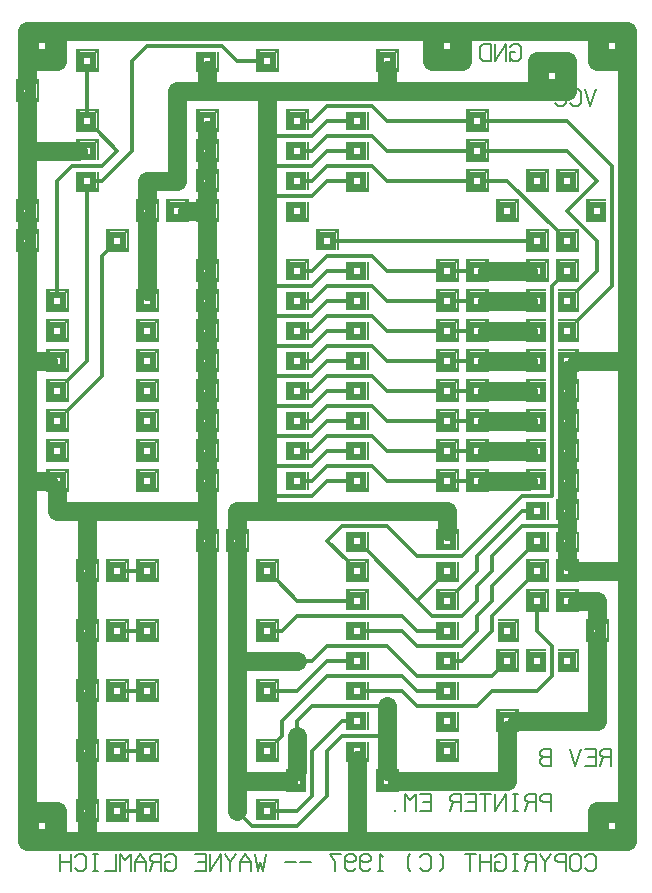
<source format=gbl>
%MOIN*%
%FSLAX23Y23*%
%ADD10C,.012*%
%ADD11C,.062*%
%ADD12C,.050X.024*%
%ADD13R,.062X.062X.024*%
%ADD14C,.016*%
%ADD15R,.008X.062*%
%ADD16R,.062X.008*%
%ADD17C,.008*%
%LPD*%
G90*X0Y0D02*X150Y150D02*D11*X50D01*Y250D01*       
X150D01*Y150D01*X250D01*X650D01*X1150D01*X1950D01*
X2050D01*Y250D01*X1950D01*Y150D01*D13*            
X2000Y200D03*X2050Y250D02*D11*Y1050D01*X1881D01*  
D13*X1850D03*D14*X1881Y1081D03*Y1019D03*          
X1819Y1081D03*Y1019D03*D15*X1885Y1050D03*X1815D03*
D16*X1850Y1085D03*Y1015D03*Y1081D02*D11*Y1119D01* 
D13*Y1150D03*D14*X1881Y1119D03*X1819D03*D15*      
X1885Y1150D03*X1815D03*D16*X1850Y1115D03*Y1181D02*
D11*Y1200D01*D10*X1700D01*X1600Y1100D01*Y1050D01* 
X1550Y1000D01*Y950D01*X1500Y900D01*X1400D01*      
X1350Y950D01*X1419Y1019D01*D13*X1450Y1050D03*D14* 
X1481Y1019D03*X1419D03*D15*X1485Y1050D03*X1415D03*
D16*X1450Y1015D03*X1500Y1100D02*D10*X1350D01*     
X1250Y1200D01*X1100D01*X1050Y1150D01*             
X1119Y1081D01*D13*X1150Y1050D03*D14*X1181Y1081D03*
Y1019D03*X1119Y1081D03*Y1019D03*D15*X1185Y1050D03*
X1115D03*D16*X1150Y1085D03*Y1015D03*D13*Y1150D03* 
D14*X1181Y1119D03*X1119D03*D15*X1185Y1150D03*     
X1115D03*D16*X1150Y1115D03*X1181Y1119D02*D10*     
X1350Y950D01*X1300Y900D02*X1350Y850D01*X1419D01*  
D13*X1450D03*D15*X1485D03*X1415D03*X1500Y800D02*  
D10*X1350D01*X1300Y850D01*X1181D01*D13*X1150D03*  
D15*X1185D03*X1115D03*X1050Y750D02*D10*           
X950Y650D01*X881D01*D13*X850D03*D14*X881Y681D03*  
Y619D03*X819Y681D03*Y619D03*D15*X885Y650D03*      
X815D03*D16*X850Y685D03*Y615D03*X950Y550D02*D10*  
Y500D01*D11*Y381D01*D13*Y350D03*D14*X919Y381D03*  
Y319D03*D15*X915Y350D03*D16*X950Y385D03*Y315D03*  
X919Y350D02*D11*X750D01*Y250D01*D10*X800Y200D01*  
X950D01*X1050Y300D01*Y450D01*X1100Y500D01*        
X1250D01*D11*Y381D01*D13*Y350D03*D14*X1281Y381D03*
Y319D03*X1219Y381D03*Y319D03*D15*X1285Y350D03*    
X1215D03*D16*X1250Y385D03*Y315D03*X1281Y350D02*   
D11*X1650D01*Y519D01*D13*Y550D03*D14*X1681Y581D03*
Y519D03*X1619Y581D03*Y519D03*D15*X1685Y550D03*    
X1615D03*D16*X1650Y585D03*Y515D03*X1681Y550D02*   
D11*X1950D01*Y819D01*D13*Y850D03*D14*X1981Y881D03*
Y819D03*X1919Y881D03*Y819D03*D15*X1985Y850D03*    
X1915D03*D16*X1950Y885D03*Y815D03*Y881D02*D11*    
Y950D01*X1881D01*D13*X1850D03*D14*X1881Y981D03*   
Y919D03*X1819Y981D03*Y919D03*D15*X1885Y950D03*    
X1815D03*D16*X1850Y985D03*Y915D03*D13*            
X1750Y1050D03*D14*X1781Y1081D03*Y1019D03*         
X1719Y1081D03*Y1019D03*D15*X1785Y1050D03*X1715D03*
D16*X1750Y1085D03*Y1015D03*X1719Y1019D02*D10*     
X1600Y900D01*Y850D01*X1500Y750D01*X1481D01*D13*   
X1450D03*D15*X1485D03*X1415D03*X1500Y800D02*D10*  
X1550Y850D01*Y900D01*X1600Y950D01*Y1000D01*       
X1719Y1119D01*D13*X1750Y1150D03*D14*X1781Y1119D03*
X1719D03*D15*X1785Y1150D03*X1715D03*D16*          
X1750Y1115D03*D13*X1850Y1250D03*D14*X1881Y1281D03*
X1819D03*D15*X1885Y1250D03*X1815D03*D16*          
X1850Y1285D03*Y1219D02*D11*Y1200D01*Y1281D02*     
Y1319D01*D13*Y1350D03*D14*X1881Y1381D03*Y1319D03* 
D15*X1885Y1350D03*D16*X1850Y1385D03*Y1315D03*     
Y1381D02*D11*Y1419D01*D13*Y1450D03*D14*           
X1881Y1481D03*Y1419D03*D15*X1885Y1450D03*D16*     
X1850Y1485D03*Y1415D03*Y1481D02*D11*Y1519D01*D13* 
Y1550D03*D14*X1881Y1581D03*Y1519D03*D15*          
X1885Y1550D03*D16*X1850Y1585D03*Y1515D03*Y1581D02*
D11*Y1619D01*D13*Y1650D03*D14*X1881Y1681D03*      
Y1619D03*D15*X1885Y1650D03*D16*X1850Y1685D03*     
Y1615D03*Y1681D02*D11*Y1719D01*D13*Y1750D03*D14*  
X1881Y1781D03*Y1719D03*D15*X1885Y1750D03*D16*     
X1850Y1785D03*Y1715D03*X1881Y1750D02*D11*X2050D01*
Y1050D01*X1800Y1300D02*D10*X1700D01*X1500Y1100D01*
X1550Y1050D02*X1481Y981D01*D13*X1450Y950D03*D14*  
X1481Y981D03*X1419D03*D15*X1485Y950D03*X1415D03*  
D16*X1450Y985D03*X1550Y1050D02*D10*Y1100D01*      
X1700Y1250D01*X1719D01*D13*X1750D03*D15*X1785D03* 
X1715D03*X1800Y1300D02*D10*Y2000D01*X1819Y2019D01*
D13*X1850Y2050D03*D14*X1881Y2081D03*Y2019D03*     
X1819Y2081D03*Y2019D03*D15*X1885Y2050D03*X1815D03*
D16*X1850Y2085D03*Y2015D03*X1950Y2150D02*D10*     
Y2050D01*X1881Y1981D01*D13*X1850Y1950D03*D14*     
X1881Y1981D03*Y1919D03*D15*X1885Y1950D03*D16*     
X1850Y1985D03*Y1915D03*D13*X1750Y2050D03*D14*     
X1781Y2081D03*Y2019D03*X1719Y2081D03*Y2019D03*D15*
X1785Y2050D03*X1715D03*D16*X1750Y2085D03*Y2015D03*
X1719Y2050D02*D11*X1581D01*D13*X1550D03*D14*      
X1581Y2081D03*Y2019D03*X1519Y2081D03*Y2019D03*D15*
X1585Y2050D03*X1515D03*D16*X1550Y2085D03*Y2015D03*
X1519Y2050D02*D10*X1481D01*D13*X1450D03*D14*      
X1481Y2081D03*Y2019D03*X1419Y2081D03*Y2019D03*D15*
X1485Y2050D03*X1415D03*D16*X1450Y2085D03*Y2015D03*
X1419Y2050D02*D10*X1250D01*X1200Y2100D01*X1050D01*
X1000Y2050D01*X981D01*D13*X950D03*D14*            
X981Y2081D03*X919D03*D15*X985Y2050D03*X915D03*D16*
X950Y2085D03*X1000Y2000D02*D10*X850D01*D11*       
Y1900D01*Y1800D01*Y1700D01*Y1600D01*Y1500D01*     
Y1400D01*Y1300D01*Y1250D01*X750D01*Y1181D01*D13*  
Y1150D03*D14*X781Y1181D03*Y1119D03*X719Y1181D03*  
Y1119D03*D15*X785Y1150D03*X715D03*D16*            
X750Y1185D03*Y1115D03*Y1119D02*D11*Y750D01*       
Y350D01*D13*X850Y250D03*D14*X881Y281D03*X819D03*  
D15*X885Y250D03*X815D03*D16*X850Y285D03*          
X881Y250D02*D10*X950D01*X1000Y300D01*Y450D01*     
X1100Y550D01*X1119D01*D13*X1150D03*D15*X1185D03*  
X1115D03*X1250Y500D02*D11*Y600D01*D10*X1000D01*   
X950Y550D01*X900Y500D02*X881Y481D01*D13*          
X850Y450D03*D14*X881Y481D03*Y419D03*X819Y481D03*  
Y419D03*D15*X885Y450D03*X815D03*D16*X850Y485D03*  
Y415D03*X900Y500D02*D10*Y550D01*X1050Y700D01*     
X1300D01*X1350Y650D01*X1419D01*D13*X1450D03*D15*  
X1485D03*X1415D03*X1550Y600D02*D10*X1350D01*      
X1300Y650D01*X1181D01*D13*X1150D03*D15*X1185D03*  
X1115D03*X1050Y750D02*D10*X1119D01*D13*X1150D03*  
D15*X1185D03*X1115D03*X1050Y800D02*D10*           
X1000Y750D01*X950D01*D11*X750D01*D13*X850Y850D03* 
D14*X881Y881D03*Y819D03*X819Y881D03*Y819D03*D15*  
X885Y850D03*X815D03*D16*X850Y885D03*Y815D03*      
X881Y850D02*D10*X900D01*X950Y900D01*X1300D01*     
X1250Y800D02*X1350Y700D01*X1600D01*X1619Y719D01*  
D13*X1650Y750D03*D14*X1681Y781D03*Y719D03*        
X1619Y781D03*Y719D03*D15*X1685Y750D03*X1615D03*   
D16*X1650Y785D03*Y715D03*X1750Y650D02*D10*        
X1600D01*X1550Y600D01*D13*X1450Y550D03*D14*       
X1481Y519D03*X1419D03*D15*X1485Y550D03*X1415D03*  
D16*X1450Y515D03*D13*Y450D03*D14*X1481Y481D03*    
Y419D03*X1419Y481D03*Y419D03*D15*X1485Y450D03*    
X1415D03*D16*X1450Y485D03*Y415D03*X1995Y400D02*   
D17*Y454D01*X1968D01*X1959Y445D01*Y436D01*        
X1968Y427D01*X1995D01*X1968D02*X1959Y400D01*      
X1909D02*X1945D01*Y454D01*X1909D01*X1945Y427D02*  
X1918D01*X1895Y454D02*X1877Y400D01*X1859Y454D01*  
X1795Y400D02*Y454D01*X1768D01*X1759Y445D01*       
Y436D01*X1768Y427D01*X1759Y418D01*Y409D01*        
X1768Y400D01*X1795D01*Y427D02*X1768D01*           
X1750Y650D02*D10*X1800Y700D01*Y800D01*            
X1750Y850D01*Y919D01*D13*Y950D03*D14*X1781Y981D03*
Y919D03*X1719Y981D03*Y919D03*D15*X1785Y950D03*    
X1715D03*D16*X1750Y985D03*Y915D03*D13*            
X1650Y850D03*D14*X1681Y881D03*Y819D03*D15*        
X1685Y850D03*D16*X1650Y885D03*Y815D03*D13*        
X1750Y750D03*D14*X1719Y781D03*Y719D03*D15*        
X1715Y750D03*D16*X1750Y785D03*Y715D03*D13*        
X1850Y750D03*D14*X1881Y781D03*Y719D03*D15*        
X1885Y750D03*D16*X1850Y785D03*Y715D03*            
X1450Y1250D02*D11*Y1181D01*D13*Y1150D03*D14*      
X1481Y1181D03*X1419D03*D15*X1485Y1150D03*X1415D03*
D16*X1450Y1185D03*Y1250D02*D11*X850D01*Y1300D02*  
D10*X1000D01*X1050Y1350D01*X1119D01*D13*X1150D03* 
D14*X1181Y1319D03*X1119D03*D15*X1185Y1350D03*     
X1115D03*D16*X1150Y1315D03*X1200Y1400D02*D10*     
X1250Y1350D01*X1419D01*D13*X1450D03*D14*          
X1481Y1381D03*Y1319D03*X1419Y1381D03*Y1319D03*D15*
X1485Y1350D03*X1415D03*D16*X1450Y1385D03*Y1315D03*
X1481Y1350D02*D10*X1519D01*D13*X1550D03*D14*      
X1581Y1381D03*Y1319D03*X1519Y1381D03*Y1319D03*D15*
X1585Y1350D03*X1515D03*D16*X1550Y1385D03*Y1315D03*
X1581Y1350D02*D11*X1719D01*D13*X1750D03*D14*      
X1719Y1381D03*D15*X1715Y1350D03*D16*X1750Y1385D03*
D13*Y1450D03*D14*X1719Y1481D03*Y1419D03*D15*      
X1715Y1450D03*D16*X1750Y1485D03*Y1415D03*         
X1719Y1450D02*D11*X1581D01*D13*X1550D03*D14*      
X1581Y1481D03*Y1419D03*X1519Y1481D03*Y1419D03*D15*
X1585Y1450D03*X1515D03*D16*X1550Y1485D03*Y1415D03*
X1519Y1450D02*D10*X1481D01*D13*X1450D03*D14*      
X1481Y1481D03*Y1419D03*X1419Y1481D03*Y1419D03*D15*
X1485Y1450D03*X1415D03*D16*X1450Y1485D03*Y1415D03*
X1419Y1450D02*D10*X1250D01*X1200Y1500D01*X1050D01*
X1000Y1450D01*X981D01*D13*X950D03*D15*X985D03*    
X915D03*X1000Y1400D02*D10*X850D01*D13*            
X950Y1350D03*D15*X985D03*X915D03*X981D02*D10*     
X1000D01*X1050Y1400D01*X1200D01*D13*X1150Y1450D03*
D15*X1185D03*X1115D03*X1119D02*D10*X1050D01*      
X1000Y1400D01*Y1500D02*X850D01*Y1600D02*X1000D01* 
X1050Y1650D01*X1119D01*D13*X1150D03*D15*X1185D03* 
X1115D03*X1200Y1600D02*D10*X1250Y1550D01*X1419D01*
D13*X1450D03*D14*X1481Y1581D03*Y1519D03*          
X1419Y1581D03*Y1519D03*D15*X1485Y1550D03*X1415D03*
D16*X1450Y1585D03*Y1515D03*X1481Y1550D02*D10*     
X1519D01*D13*X1550D03*D14*X1581Y1581D03*Y1519D03* 
X1519Y1581D03*Y1519D03*D15*X1585Y1550D03*X1515D03*
D16*X1550Y1585D03*Y1515D03*X1581Y1550D02*D11*     
X1719D01*D13*X1750D03*D14*X1719Y1581D03*Y1519D03* 
D15*X1715Y1550D03*D16*X1750Y1585D03*Y1515D03*D13* 
Y1650D03*D14*X1719Y1681D03*Y1619D03*D15*          
X1715Y1650D03*D16*X1750Y1685D03*Y1615D03*         
X1719Y1650D02*D11*X1581D01*D13*X1550D03*D14*      
X1581Y1681D03*Y1619D03*X1519Y1681D03*Y1619D03*D15*
X1585Y1650D03*X1515D03*D16*X1550Y1685D03*Y1615D03*
X1519Y1650D02*D10*X1481D01*D13*X1450D03*D14*      
X1481Y1681D03*Y1619D03*X1419Y1681D03*Y1619D03*D15*
X1485Y1650D03*X1415D03*D16*X1450Y1685D03*Y1615D03*
X1419Y1650D02*D10*X1250D01*X1200Y1700D01*X1050D01*
X1000Y1650D01*X981D01*D13*X950D03*D15*X985D03*    
X915D03*X1000Y1700D02*D10*X850D01*Y1800D02*       
X1000D01*X1050Y1850D01*X1119D01*D13*X1150D03*D15* 
X1185D03*X1115D03*X1200Y1800D02*D10*X1250Y1750D01*
X1419D01*D13*X1450D03*D14*X1481Y1781D03*Y1719D03* 
X1419Y1781D03*Y1719D03*D15*X1485Y1750D03*X1415D03*
D16*X1450Y1785D03*Y1715D03*X1481Y1750D02*D10*     
X1519D01*D13*X1550D03*D14*X1581Y1781D03*Y1719D03* 
X1519Y1781D03*Y1719D03*D15*X1585Y1750D03*X1515D03*
D16*X1550Y1785D03*Y1715D03*X1581Y1750D02*D11*     
X1719D01*D13*X1750D03*D14*X1719Y1781D03*Y1719D03* 
D15*X1715Y1750D03*D16*X1750Y1785D03*Y1715D03*D13* 
X1850Y1850D03*D14*X1881Y1881D03*Y1819D03*D15*     
X1885Y1850D03*D16*X1850Y1885D03*Y1815D03*         
X1881Y1881D02*D10*X2000Y2000D01*Y2400D01*         
X1850Y2550D01*X1581D01*D13*X1550D03*D14*          
X1581Y2581D03*Y2519D03*X1519Y2581D03*Y2519D03*D15*
X1585Y2550D03*X1515D03*D16*X1550Y2585D03*Y2515D03*
X1519Y2550D02*D10*X1250D01*X1200Y2600D01*X1050D01*
X1000Y2550D01*X981D01*D13*X950D03*D14*            
X981Y2581D03*X919D03*D15*X985Y2550D03*X915D03*D16*
X950Y2585D03*X1000Y2500D02*D10*X850D01*D11*       
Y2400D01*Y2300D01*Y2000D01*D13*X950Y1950D03*D15*  
X985D03*X915D03*X981D02*D10*X1000D01*             
X1050Y2000D01*X1200D01*X1250Y1950D01*X1419D01*D13*
X1450D03*D14*X1481Y1981D03*Y1919D03*X1419Y1981D03*
Y1919D03*D15*X1485Y1950D03*X1415D03*D16*          
X1450Y1985D03*Y1915D03*X1481Y1950D02*D10*X1519D01*
D13*X1550D03*D14*X1581Y1981D03*Y1919D03*          
X1519Y1981D03*Y1919D03*D15*X1585Y1950D03*X1515D03*
D16*X1550Y1985D03*Y1915D03*X1581Y1950D02*D11*     
X1719D01*D13*X1750D03*D14*X1719Y1981D03*Y1919D03* 
D15*X1715Y1950D03*D16*X1750Y1985D03*Y1915D03*D13* 
Y1850D03*D14*X1719Y1881D03*Y1819D03*D15*          
X1715Y1850D03*D16*X1750Y1885D03*Y1815D03*         
X1719Y1850D02*D11*X1581D01*D13*X1550D03*D14*      
X1581Y1881D03*Y1819D03*X1519Y1881D03*Y1819D03*D15*
X1585Y1850D03*X1515D03*D16*X1550Y1885D03*Y1815D03*
X1519Y1850D02*D10*X1481D01*D13*X1450D03*D14*      
X1481Y1881D03*Y1819D03*X1419Y1881D03*Y1819D03*D15*
X1485Y1850D03*X1415D03*D16*X1450Y1885D03*Y1815D03*
X1419Y1850D02*D10*X1250D01*X1200Y1900D01*X1050D01*
X1000Y1850D01*X981D01*D13*X950D03*D15*X985D03*    
X915D03*X1000Y1900D02*D10*X850D01*X1000Y1750D02*  
X981D01*D13*X950D03*D15*X985D03*X915D03*          
X1000Y1700D02*D10*X1050Y1750D01*X1119D01*D13*     
X1150D03*D15*X1185D03*X1115D03*X1200Y1800D02*D10* 
X1050D01*X1000Y1750D01*Y1900D02*X1050Y1950D01*    
X1119D01*D13*X1150D03*D15*X1185D03*X1115D03*      
X1050Y2050D02*D10*X1000Y2000D01*X1050Y2050D02*    
X1119D01*D13*X1150D03*D15*X1185D03*X1115D03*D13*  
X1050Y2150D03*D14*X1081Y2181D03*X1019D03*D15*     
X1085Y2150D03*X1015D03*D16*X1050Y2185D03*         
X1081Y2150D02*D10*X1719D01*D13*X1750D03*D14*      
X1781Y2181D03*Y2119D03*X1719Y2181D03*Y2119D03*D15*
X1785Y2150D03*X1715D03*D16*X1750Y2185D03*Y2115D03*
X1850Y2250D02*D10*X1950Y2150D01*X1850Y2250D02*    
X1950Y2350D01*X1850Y2450D01*X1581D01*D13*X1550D03*
D14*X1581Y2481D03*Y2419D03*X1519Y2481D03*Y2419D03*
D15*X1585Y2450D03*X1515D03*D16*X1550Y2485D03*     
Y2415D03*X1519Y2450D02*D10*X1250D01*X1200Y2500D01*
X1050D01*X1000Y2450D01*X981D01*D13*X950D03*D15*   
X985D03*X915D03*X1000Y2400D02*D10*X850D01*D13*    
X950Y2350D03*D15*X985D03*X915D03*X981D02*D10*     
X1000D01*X1050Y2400D01*X1200D01*X1250Y2350D01*    
X1519D01*D13*X1550D03*D14*X1581Y2381D03*Y2319D03* 
X1519Y2381D03*Y2319D03*D15*X1585Y2350D03*X1515D03*
D16*X1550Y2385D03*Y2315D03*X1581Y2350D02*D10*     
X1650D01*X1819Y2181D01*D13*X1850Y2150D03*D14*     
X1881Y2181D03*Y2119D03*X1819Y2181D03*Y2119D03*D15*
X1885Y2150D03*X1815D03*D16*X1850Y2185D03*Y2115D03*
D13*X1950Y2250D03*D14*X1919Y2281D03*Y2219D03*D15* 
X1915Y2250D03*D16*X1950Y2285D03*Y2215D03*D13*     
X1650Y2250D03*D14*X1681Y2281D03*Y2219D03*         
X1619Y2281D03*Y2219D03*D15*X1685Y2250D03*X1615D03*
D16*X1650Y2285D03*Y2215D03*D13*X1850Y2350D03*D14* 
X1881Y2381D03*Y2319D03*X1819Y2381D03*Y2319D03*D15*
X1885Y2350D03*X1815D03*D16*X1850Y2385D03*Y2315D03*
D13*X1750Y2350D03*D14*X1781Y2381D03*Y2319D03*     
X1719Y2381D03*Y2319D03*D15*X1785Y2350D03*X1715D03*
D16*X1750Y2385D03*Y2315D03*X2050Y1750D02*D11*     
Y2750D01*X1950D01*Y2850D01*X1500D01*Y2750D01*     
X1400D01*Y2850D01*X150D01*Y2750D01*X50D01*        
Y2681D01*D13*Y2650D03*D14*X81Y2681D03*Y2619D03*   
X19Y2681D03*Y2619D03*D15*X85Y2650D03*X15D03*D16*  
X50Y2685D03*Y2615D03*Y2619D02*D11*Y2450D01*       
Y2281D01*D13*Y2250D03*D14*X81Y2281D03*Y2219D03*   
X19Y2281D03*Y2219D03*D15*X85Y2250D03*X15D03*D16*  
X50Y2285D03*Y2215D03*Y2219D02*D11*Y2181D01*D13*   
Y2150D03*D14*X81Y2181D03*Y2119D03*X19Y2181D03*    
Y2119D03*D15*X85Y2150D03*X15D03*D16*X50Y2185D03*  
Y2115D03*Y2119D02*D11*Y1750D01*Y1350D01*Y250D01*  
D13*X100Y200D03*X250Y450D03*D14*X281Y481D03*      
Y419D03*X219Y481D03*Y419D03*D15*X285Y450D03*      
X215D03*D16*X250Y485D03*Y415D03*Y419D02*D11*      
Y281D01*D13*Y250D03*D14*X281Y281D03*Y219D03*      
X219Y281D03*Y219D03*D15*X285Y250D03*X215D03*D16*  
X250Y285D03*Y215D03*Y219D02*D11*Y150D01*D13*      
X350Y250D03*D14*X381Y281D03*Y219D03*X319Y281D03*  
Y219D03*D15*X385Y250D03*X315D03*D16*X350Y285D03*  
Y215D03*X381Y250D02*D10*X419D01*D13*X450D03*D14*  
X481Y281D03*Y219D03*X419Y281D03*Y219D03*D15*      
X485Y250D03*X415D03*D16*X450Y285D03*Y215D03*      
X250Y481D02*D11*Y619D01*D13*Y650D03*D14*          
X281Y681D03*Y619D03*X219Y681D03*Y619D03*D15*      
X285Y650D03*X215D03*D16*X250Y685D03*Y615D03*      
Y681D02*D11*Y819D01*D13*Y850D03*D14*X281Y881D03*  
Y819D03*X219Y881D03*Y819D03*D15*X285Y850D03*      
X215D03*D16*X250Y885D03*Y815D03*Y881D02*D11*      
Y1019D01*D13*Y1050D03*D14*X281Y1081D03*Y1019D03*  
X219Y1081D03*Y1019D03*D15*X285Y1050D03*X215D03*   
D16*X250Y1085D03*Y1015D03*Y1081D02*D11*Y1250D01*  
X150D01*Y1319D01*D13*Y1350D03*D14*X181Y1381D03*   
Y1319D03*X119Y1381D03*Y1319D03*D15*X185Y1350D03*  
X115D03*D16*X150Y1385D03*Y1315D03*X119Y1350D02*   
D11*X50D01*D13*X150Y1450D03*D14*X181Y1481D03*     
Y1419D03*X119Y1481D03*Y1419D03*D15*X185Y1450D03*  
X115D03*D16*X150Y1485D03*Y1415D03*X250Y1250D02*   
D11*X650D01*Y1181D01*D13*Y1150D03*D14*            
X681Y1181D03*Y1119D03*X619Y1181D03*Y1119D03*D15*  
X685Y1150D03*X615D03*D16*X650Y1185D03*Y1115D03*   
Y1119D02*D11*Y150D01*D13*X350Y450D03*D14*         
X381Y481D03*Y419D03*X319Y481D03*Y419D03*D15*      
X385Y450D03*X315D03*D16*X350Y485D03*Y415D03*      
X381Y450D02*D10*X419D01*D13*X450D03*D14*          
X481Y481D03*Y419D03*X419Y481D03*Y419D03*D15*      
X485Y450D03*X415D03*D16*X450Y485D03*Y415D03*D13*  
Y650D03*D14*X481Y681D03*Y619D03*X419Y681D03*      
Y619D03*D15*X485Y650D03*X415D03*D16*X450Y685D03*  
Y615D03*X419Y650D02*D10*X381D01*D13*X350D03*D14*  
X381Y681D03*Y619D03*X319Y681D03*Y619D03*D15*      
X385Y650D03*X315D03*D16*X350Y685D03*Y615D03*D13*  
X450Y850D03*D14*X481Y881D03*Y819D03*X419Y881D03*  
Y819D03*D15*X485Y850D03*X415D03*D16*X450Y885D03*  
Y815D03*X419Y850D02*D10*X381D01*D13*X350D03*D14*  
X381Y881D03*Y819D03*X319Y881D03*Y819D03*D15*      
X385Y850D03*X315D03*D16*X350Y885D03*Y815D03*D13*  
X450Y1050D03*D14*X481Y1081D03*Y1019D03*           
X419Y1081D03*Y1019D03*D15*X485Y1050D03*X415D03*   
D16*X450Y1085D03*Y1015D03*X419Y1050D02*D10*       
X381D01*D13*X350D03*D14*X381Y1081D03*Y1019D03*    
X319Y1081D03*Y1019D03*D15*X385Y1050D03*X315D03*   
D16*X350Y1085D03*Y1015D03*D13*X650Y1350D03*D14*   
X681Y1381D03*Y1319D03*X619Y1381D03*Y1319D03*D15*  
X685Y1350D03*X615D03*D16*X650Y1385D03*Y1315D03*   
Y1319D02*D11*Y1250D01*Y1381D02*Y1419D01*D13*      
Y1450D03*D14*X681Y1481D03*Y1419D03*X619Y1481D03*  
Y1419D03*D15*X685Y1450D03*X615D03*D16*            
X650Y1485D03*Y1415D03*Y1481D02*D11*Y1519D01*D13*  
Y1550D03*D14*X681Y1581D03*Y1519D03*X619Y1581D03*  
Y1519D03*D15*X685Y1550D03*X615D03*D16*            
X650Y1585D03*Y1515D03*Y1581D02*D11*Y1619D01*D13*  
Y1650D03*D14*X681Y1681D03*Y1619D03*X619Y1681D03*  
Y1619D03*D15*X685Y1650D03*X615D03*D16*            
X650Y1685D03*Y1615D03*Y1681D02*D11*Y1719D01*D13*  
Y1750D03*D14*X681Y1781D03*Y1719D03*X619Y1781D03*  
Y1719D03*D15*X685Y1750D03*X615D03*D16*            
X650Y1785D03*Y1715D03*Y1781D02*D11*Y1819D01*D13*  
Y1850D03*D14*X681Y1881D03*Y1819D03*X619Y1881D03*  
Y1819D03*D15*X685Y1850D03*X615D03*D16*            
X650Y1885D03*Y1815D03*Y1881D02*D11*Y1919D01*D13*  
Y1950D03*D14*X681Y1981D03*Y1919D03*X619Y1981D03*  
Y1919D03*D15*X685Y1950D03*X615D03*D16*            
X650Y1985D03*Y1915D03*Y1981D02*D11*Y2019D01*D13*  
Y2050D03*D14*X681Y2081D03*Y2019D03*X619Y2081D03*  
Y2019D03*D15*X685Y2050D03*X615D03*D16*            
X650Y2085D03*Y2015D03*Y2081D02*D11*Y2219D01*D13*  
Y2250D03*D14*X681Y2281D03*Y2219D03*X619Y2281D03*  
Y2219D03*D15*X685Y2250D03*X615D03*D16*            
X650Y2285D03*Y2215D03*X619Y2250D02*D11*X581D01*   
D13*X550D03*D14*X581Y2281D03*Y2219D03*            
X519Y2281D03*Y2219D03*D15*X585Y2250D03*X515D03*   
D16*X550Y2285D03*Y2215D03*D13*X650Y2350D03*D14*   
X681Y2381D03*Y2319D03*X619Y2381D03*Y2319D03*D15*  
X685Y2350D03*X615D03*D16*X650Y2385D03*Y2315D03*   
Y2319D02*D11*Y2281D01*X550Y2350D02*X450D01*       
Y2281D01*D13*Y2250D03*D14*X481Y2281D03*Y2219D03*  
X419Y2281D03*Y2219D03*D15*X485Y2250D03*X415D03*   
D16*X450Y2285D03*Y2215D03*Y2219D02*D11*Y1981D01*  
D13*Y1950D03*D14*X481Y1981D03*Y1919D03*           
X419Y1981D03*Y1919D03*D15*X485Y1950D03*X415D03*   
D16*X450Y1985D03*Y1915D03*D13*Y1850D03*D14*       
X481Y1881D03*Y1819D03*X419Y1881D03*Y1819D03*D15*  
X485Y1850D03*X415D03*D16*X450Y1885D03*Y1815D03*   
X300Y2100D02*D10*Y1700D01*X181Y1581D01*D13*       
X150Y1550D03*D14*X181Y1581D03*Y1519D03*           
X119Y1581D03*Y1519D03*D15*X185Y1550D03*X115D03*   
D16*X150Y1585D03*Y1515D03*D13*Y1650D03*D14*       
X181Y1681D03*Y1619D03*X119Y1681D03*Y1619D03*D15*  
X185Y1650D03*X115D03*D16*X150Y1685D03*Y1615D03*   
X181Y1681D02*D10*X250Y1750D01*Y2319D01*D13*       
Y2350D03*D14*X281Y2319D03*X219D03*D15*            
X285Y2350D03*X215D03*D16*X250Y2315D03*            
X281Y2350D02*D10*X300D01*X400Y2450D01*Y2750D01*   
X450Y2800D01*X700D01*X750Y2750D01*X819D01*D13*    
X850D03*D14*X881Y2781D03*Y2719D03*X819Y2781D03*   
Y2719D03*D15*X885Y2750D03*X815D03*D16*            
X850Y2785D03*Y2715D03*Y2650D02*D11*Y2500D01*      
X1000Y2400D02*D10*X1050Y2450D01*X1119D01*D13*     
X1150D03*D15*X1185D03*X1115D03*X1050Y2550D02*D10* 
X1000Y2500D01*X1050Y2550D02*X1119D01*D13*X1150D03*
D15*X1185D03*X1115D03*X1250Y2650D02*D11*X850D01*  
X650D01*X550D01*Y2350D01*D13*X650Y2450D03*D14*    
X681Y2481D03*Y2419D03*X619Y2481D03*Y2419D03*D15*  
X685Y2450D03*X615D03*D16*X650Y2485D03*Y2415D03*   
Y2419D02*D11*Y2381D01*Y2481D02*Y2519D01*D13*      
Y2550D03*D14*X681Y2581D03*Y2519D03*X619Y2581D03*  
Y2519D03*D15*X685Y2550D03*X615D03*D16*            
X650Y2585D03*Y2515D03*Y2650D02*D11*Y2719D01*D13*  
Y2750D03*D14*X681Y2719D03*X619D03*D15*            
X685Y2750D03*X615D03*D16*X650Y2715D03*            
X350Y2450D02*D10*X300Y2400D01*X200D01*            
X150Y2350D01*Y1981D01*D13*Y1950D03*D14*           
X181Y1981D03*Y1919D03*X119Y1981D03*Y1919D03*D15*  
X185Y1950D03*X115D03*D16*X150Y1985D03*Y1915D03*   
D13*Y1850D03*D14*X181Y1881D03*Y1819D03*           
X119Y1881D03*Y1819D03*D15*X185Y1850D03*X115D03*   
D16*X150Y1885D03*Y1815D03*X300Y2100D02*D10*       
X319Y2119D01*D13*X350Y2150D03*D14*X381Y2181D03*   
Y2119D03*X319Y2181D03*Y2119D03*D15*X385Y2150D03*  
X315D03*D16*X350Y2185D03*Y2115D03*X50Y2450D02*D11*
X219D01*D13*X250D03*D14*X281Y2481D03*X219D03*D15* 
X285Y2450D03*X215D03*D16*X250Y2485D03*            
X350Y2450D02*D10*X281Y2519D01*D13*X250Y2550D03*   
D14*X281Y2581D03*Y2519D03*X219Y2581D03*Y2519D03*  
D15*X285Y2550D03*X215D03*D16*X250Y2585D03*        
Y2515D03*Y2581D02*D10*Y2719D01*D13*Y2750D03*D14*  
X281Y2781D03*Y2719D03*X219Y2781D03*Y2719D03*D15*  
X285Y2750D03*X215D03*D16*X250Y2785D03*Y2715D03*   
X150Y2850D02*D11*X50D01*Y2750D01*D13*X100Y2800D03*
X850Y2300D02*D10*X1000D01*X1050Y2350D01*X1119D01* 
D13*X1150D03*D14*X1181Y2319D03*X1119D03*D15*      
X1185Y2350D03*X1115D03*D16*X1150Y2315D03*D13*     
X950Y2250D03*D14*X981Y2219D03*X919D03*D15*        
X985Y2250D03*X915D03*D16*X950Y2215D03*            
X1250Y2650D02*D11*X1750D01*X1850D01*Y2750D01*     
X1750D01*Y2650D01*X1945Y2654D02*D17*X1927Y2600D01*
X1909Y2654D01*X1859Y2609D02*X1868Y2600D01*        
X1886D01*X1895Y2609D01*Y2645D01*X1886Y2654D01*    
X1868D01*X1859Y2645D01*X1809Y2609D02*             
X1818Y2600D01*X1836D01*X1845Y2609D01*Y2645D01*    
X1836Y2654D01*X1818D01*X1809Y2645D01*D13*         
X1800Y2700D03*X1950Y2850D02*D11*X2050D01*Y2750D01*
D13*X2000Y2800D03*X1945Y2654D02*D17*X1927Y2600D01*
X1909Y2654D01*X1859Y2609D02*X1868Y2600D01*        
X1886D01*X1895Y2609D01*Y2645D01*X1886Y2654D01*    
X1868D01*X1859Y2645D01*X1809Y2609D02*             
X1818Y2600D01*X1836D01*X1845Y2609D01*Y2645D01*    
X1836Y2654D01*X1818D01*X1809Y2645D01*             
X1659Y2759D02*X1668Y2750D01*X1686D01*             
X1695Y2759D01*Y2795D01*X1686Y2804D01*X1668D01*    
X1659Y2795D01*X1677Y2777D02*X1659D01*Y2750D01*    
X1645D02*Y2804D01*X1609Y2750D01*Y2804D01*         
X1595Y2750D02*Y2804D01*X1568D01*X1559Y2795D01*    
Y2759D01*X1568Y2750D01*X1595D01*X1500Y2850D02*D11*
X1400D01*D13*X1450Y2800D03*X1659Y2759D02*D17*     
X1668Y2750D01*X1686D01*X1695Y2759D01*Y2795D01*    
X1686Y2804D01*X1668D01*X1659Y2795D01*             
X1677Y2777D02*X1659D01*Y2750D01*X1645D02*Y2804D01*
X1609Y2750D01*Y2804D01*X1595Y2750D02*Y2804D01*    
X1568D01*X1559Y2795D01*Y2759D01*X1568Y2750D01*    
X1595D01*D13*X1250D03*D14*X1281Y2781D03*Y2719D03* 
X1219Y2781D03*Y2719D03*D15*X1285Y2750D03*X1215D03*
D16*X1250Y2785D03*Y2715D03*Y2719D02*D11*Y2650D01* 
X1659Y2759D02*D17*X1668Y2750D01*X1686D01*         
X1695Y2759D01*Y2795D01*X1686Y2804D01*X1668D01*    
X1659Y2795D01*X1677Y2777D02*X1659D01*Y2750D01*    
X1645D02*Y2804D01*X1609Y2750D01*Y2804D01*         
X1595Y2750D02*Y2804D01*X1568D01*X1559Y2795D01*    
Y2759D01*X1568Y2750D01*X1595D01*X1945Y2654D02*    
X1927Y2600D01*X1909Y2654D01*X1859Y2609D02*        
X1868Y2600D01*X1886D01*X1895Y2609D01*Y2645D01*    
X1886Y2654D01*X1868D01*X1859Y2645D01*             
X1809Y2609D02*X1818Y2600D01*X1836D01*             
X1845Y2609D01*Y2645D01*X1836Y2654D01*X1818D01*    
X1809Y2645D01*D13*X450Y1750D03*D14*X481Y1781D03*  
Y1719D03*X419Y1781D03*Y1719D03*D15*X485Y1750D03*  
X415D03*D16*X450Y1785D03*Y1715D03*D13*Y1650D03*   
D14*X481Y1681D03*Y1619D03*X419Y1681D03*Y1619D03*  
D15*X485Y1650D03*X415D03*D16*X450Y1685D03*        
Y1615D03*X1050Y1600D02*D10*X1000Y1550D01*X981D01* 
D13*X950D03*D15*X985D03*X915D03*X1000Y1500D02*D10*
X1050Y1550D01*X1119D01*D13*X1150D03*D15*X1185D03* 
X1115D03*X1200Y1600D02*D10*X1050D01*D13*          
X850Y1050D03*D14*X881Y1081D03*Y1019D03*           
X819Y1081D03*Y1019D03*D15*X885Y1050D03*X815D03*   
D16*X850Y1085D03*Y1015D03*X881Y1019D02*D10*       
X950Y950D01*X1119D01*D13*X1150D03*D14*            
X1181Y981D03*X1119D03*D15*X1185Y950D03*X1115D03*  
D16*X1150Y985D03*X1050Y800D02*D10*X1250D01*D13*   
X1150Y450D03*D14*X1181Y419D03*X1119D03*D15*       
X1185Y450D03*X1115D03*D16*X1150Y415D03*Y419D02*   
D11*Y150D01*X1795Y250D02*D17*Y304D01*X1768D01*    
X1759Y295D01*Y286D01*X1768Y277D01*X1795D01*       
X1745Y250D02*Y304D01*X1718D01*X1709Y295D01*       
Y286D01*X1718Y277D01*X1745D01*X1718D02*           
X1709Y250D01*X1677D02*Y304D01*X1686Y250D02*       
X1668D01*X1686Y304D02*X1668D01*X1645Y250D02*      
Y304D01*X1609Y250D01*Y304D01*X1577Y250D02*Y304D01*
X1595D02*X1559D01*X1509Y250D02*X1545D01*Y304D01*  
X1509D01*X1545Y277D02*X1518D01*X1495Y250D02*      
Y304D01*X1468D01*X1459Y295D01*Y286D01*            
X1468Y277D01*X1495D01*X1468D02*X1459Y250D01*      
X1359D02*X1395D01*Y304D01*X1359D01*X1395Y277D02*  
X1368D01*X1345Y250D02*Y304D01*X1327Y286D01*       
X1309Y304D01*Y250D01*X1277D03*X1995Y400D02*       
Y454D01*X1968D01*X1959Y445D01*Y436D01*            
X1968Y427D01*X1995D01*X1968D02*X1959Y400D01*      
X1909D02*X1945D01*Y454D01*X1909D01*X1945Y427D02*  
X1918D01*X1895Y454D02*X1877Y400D01*X1859Y454D01*  
X1795Y400D02*Y454D01*X1768D01*X1759Y445D01*       
Y436D01*X1768Y427D01*X1759Y418D01*Y409D01*        
X1768Y400D01*X1795D01*Y427D02*X1768D01*           
X1909Y59D02*X1918Y50D01*X1936D01*X1945Y59D01*     
Y95D01*X1936Y104D01*X1918D01*X1909Y95D01*         
X1859Y59D02*X1868Y50D01*X1886D01*X1895Y59D01*     
Y95D01*X1886Y104D01*X1868D01*X1859Y95D01*Y59D01*  
X1845Y50D02*Y104D01*X1818D01*X1809Y95D01*Y86D01*  
X1818Y77D01*X1845D01*X1795Y104D02*X1777Y77D01*    
X1759Y104D01*X1777Y77D02*Y50D01*X1745D02*Y104D01* 
X1718D01*X1709Y95D01*Y86D01*X1718Y77D01*X1745D01* 
X1718D02*X1709Y50D01*X1677D02*Y104D01*X1686Y50D02*
X1668D01*X1686Y104D02*X1668D01*X1609Y59D02*       
X1618Y50D01*X1636D01*X1645Y59D01*Y95D01*          
X1636Y104D01*X1618D01*X1609Y95D01*X1627Y77D02*    
X1609D01*Y50D01*X1595D02*Y104D01*X1559Y50D02*     
Y104D01*X1595Y77D02*X1559D01*X1527Y50D02*Y104D01* 
X1545D02*X1509D01*X1427D02*X1436Y95D01*Y59D01*    
X1427Y50D01*X1359Y59D02*X1368Y50D01*X1386D01*     
X1395Y59D01*Y95D01*X1386Y104D01*X1368D01*         
X1359Y95D01*X1327Y104D02*X1318Y95D01*Y59D01*      
X1327Y50D01*X1236Y95D02*X1227Y104D01*Y50D01*      
X1236D02*X1218D01*X1159Y86D02*X1168Y77D01*        
X1186D01*X1195Y86D01*Y95D01*X1186Y104D01*X1168D01*
X1159Y95D01*Y59D01*X1168Y50D01*X1186D01*          
X1195Y59D01*X1109Y86D02*X1118Y77D01*X1136D01*     
X1145Y86D01*Y95D01*X1136Y104D01*X1118D01*         
X1109Y95D01*Y59D01*X1118Y50D01*X1136D01*          
X1145Y59D01*X1095Y104D02*X1059D01*X1077Y77D01*    
Y50D01*X995Y77D02*X959D01*X945D02*X909D01*        
X845Y104D02*X836Y50D01*X827Y77D01*X818Y50D01*     
X809Y104D01*X795Y50D02*Y77D01*X777Y104D01*        
X759Y77D01*Y50D01*X795Y77D02*X759D01*X745Y104D02* 
X727Y77D01*X709Y104D01*X727Y77D02*Y50D01*X695D02* 
Y104D01*X659Y50D01*Y104D01*X609Y50D02*X645D01*    
Y104D01*X609D01*X645Y77D02*X618D01*X509Y59D02*    
X518Y50D01*X536D01*X545Y59D01*Y95D01*X536Y104D01* 
X518D01*X509Y95D01*X527Y77D02*X509D01*Y50D01*     
X495D02*Y104D01*X468D01*X459Y95D01*Y86D01*        
X468Y77D01*X495D01*X468D02*X459Y50D01*X445D02*    
Y77D01*X427Y104D01*X409Y77D01*Y50D01*X445Y77D02*  
X409D01*X395Y50D02*Y104D01*X377Y86D01*X359Y104D01*
Y50D01*X345Y104D02*Y50D01*X309D01*X277D02*Y104D01*
X286Y50D02*X268D01*X286Y104D02*X268D01*X209Y59D02*
X218Y50D01*X236D01*X245Y59D01*Y95D01*X236Y104D01* 
X218D01*X209Y95D01*X195Y50D02*Y104D01*X159Y50D02* 
Y104D01*X195Y77D02*X159D01*D13*X450Y1350D03*D14*  
X481Y1381D03*Y1319D03*X419Y1381D03*Y1319D03*D15*  
X485Y1350D03*X415D03*D16*X450Y1385D03*Y1315D03*   
D13*Y1450D03*D14*X481Y1481D03*Y1419D03*           
X419Y1481D03*Y1419D03*D15*X485Y1450D03*X415D03*   
D16*X450Y1485D03*Y1415D03*D13*Y1550D03*D14*       
X481Y1581D03*Y1519D03*X419Y1581D03*Y1519D03*D15*  
X485Y1550D03*X415D03*D16*X450Y1585D03*Y1515D03*   
D13*X150Y1750D03*D14*X181Y1781D03*Y1719D03*       
X119Y1781D03*Y1719D03*D15*X185Y1750D03*X115D03*   
D16*X150Y1785D03*Y1715D03*X119Y1750D02*D11*X50D01*
X1659Y2759D02*D17*X1668Y2750D01*X1686D01*         
X1695Y2759D01*Y2795D01*X1686Y2804D01*X1668D01*    
X1659Y2795D01*X1677Y2777D02*X1659D01*Y2750D01*    
X1645D02*Y2804D01*X1609Y2750D01*Y2804D01*         
X1595Y2750D02*Y2804D01*X1568D01*X1559Y2795D01*    
Y2759D01*X1568Y2750D01*X1595D01*X1795Y250D02*     
Y304D01*X1768D01*X1759Y295D01*Y286D01*            
X1768Y277D01*X1795D01*X1745Y250D02*Y304D01*       
X1718D01*X1709Y295D01*Y286D01*X1718Y277D01*       
X1745D01*X1718D02*X1709Y250D01*X1677D02*Y304D01*  
X1686Y250D02*X1668D01*X1686Y304D02*X1668D01*      
X1645Y250D02*Y304D01*X1609Y250D01*Y304D01*        
X1577Y250D02*Y304D01*X1595D02*X1559D01*           
X1509Y250D02*X1545D01*Y304D01*X1509D01*           
X1545Y277D02*X1518D01*X1495Y250D02*Y304D01*       
X1468D01*X1459Y295D01*Y286D01*X1468Y277D01*       
X1495D01*X1468D02*X1459Y250D01*X1359D02*X1395D01* 
Y304D01*X1359D01*X1395Y277D02*X1368D01*           
X1345Y250D02*Y304D01*X1327Y286D01*X1309Y304D01*   
Y250D01*X1277D03*X1995Y400D02*Y454D01*X1968D01*   
X1959Y445D01*Y436D01*X1968Y427D01*X1995D01*       
X1968D02*X1959Y400D01*X1909D02*X1945D01*Y454D01*  
X1909D01*X1945Y427D02*X1918D01*X1895Y454D02*      
X1877Y400D01*X1859Y454D01*X1795Y400D02*Y454D01*   
X1768D01*X1759Y445D01*Y436D01*X1768Y427D01*       
X1759Y418D01*Y409D01*X1768Y400D01*X1795D01*       
Y427D02*X1768D01*X1909Y59D02*X1918Y50D01*X1936D01*
X1945Y59D01*Y95D01*X1936Y104D01*X1918D01*         
X1909Y95D01*X1859Y59D02*X1868Y50D01*X1886D01*     
X1895Y59D01*Y95D01*X1886Y104D01*X1868D01*         
X1859Y95D01*Y59D01*X1845Y50D02*Y104D01*X1818D01*  
X1809Y95D01*Y86D01*X1818Y77D01*X1845D01*          
X1795Y104D02*X1777Y77D01*X1759Y104D01*X1777Y77D02*
Y50D01*X1745D02*Y104D01*X1718D01*X1709Y95D01*     
Y86D01*X1718Y77D01*X1745D01*X1718D02*X1709Y50D01* 
X1677D02*Y104D01*X1686Y50D02*X1668D01*            
X1686Y104D02*X1668D01*X1609Y59D02*X1618Y50D01*    
X1636D01*X1645Y59D01*Y95D01*X1636Y104D01*X1618D01*
X1609Y95D01*X1627Y77D02*X1609D01*Y50D01*X1595D02* 
Y104D01*X1559Y50D02*Y104D01*X1595Y77D02*X1559D01* 
X1527Y50D02*Y104D01*X1545D02*X1509D01*X1427D02*   
X1436Y95D01*Y59D01*X1427Y50D01*X1359Y59D02*       
X1368Y50D01*X1386D01*X1395Y59D01*Y95D01*          
X1386Y104D01*X1368D01*X1359Y95D01*X1327Y104D02*   
X1318Y95D01*Y59D01*X1327Y50D01*X1236Y95D02*       
X1227Y104D01*Y50D01*X1236D02*X1218D01*X1159Y86D02*
X1168Y77D01*X1186D01*X1195Y86D01*Y95D01*          
X1186Y104D01*X1168D01*X1159Y95D01*Y59D01*         
X1168Y50D01*X1186D01*X1195Y59D01*X1109Y86D02*     
X1118Y77D01*X1136D01*X1145Y86D01*Y95D01*          
X1136Y104D01*X1118D01*X1109Y95D01*Y59D01*         
X1118Y50D01*X1136D01*X1145Y59D01*X1095Y104D02*    
X1059D01*X1077Y77D01*Y50D01*X995Y77D02*X959D01*   
X945D02*X909D01*X845Y104D02*X836Y50D01*X827Y77D01*
X818Y50D01*X809Y104D01*X795Y50D02*Y77D01*         
X777Y104D01*X759Y77D01*Y50D01*X795Y77D02*X759D01* 
X745Y104D02*X727Y77D01*X709Y104D01*X727Y77D02*    
Y50D01*X695D02*Y104D01*X659Y50D01*Y104D01*        
X609Y50D02*X645D01*Y104D01*X609D01*X645Y77D02*    
X618D01*X509Y59D02*X518Y50D01*X536D01*X545Y59D01* 
Y95D01*X536Y104D01*X518D01*X509Y95D01*X527Y77D02* 
X509D01*Y50D01*X495D02*Y104D01*X468D01*X459Y95D01*
Y86D01*X468Y77D01*X495D01*X468D02*X459Y50D01*     
X445D02*Y77D01*X427Y104D01*X409Y77D01*Y50D01*     
X445Y77D02*X409D01*X395Y50D02*Y104D01*X377Y86D01* 
X359Y104D01*Y50D01*X345Y104D02*Y50D01*X309D01*    
X277D02*Y104D01*X286Y50D02*X268D01*X286Y104D02*   
X268D01*X209Y59D02*X218Y50D01*X236D01*X245Y59D01* 
Y95D01*X236Y104D01*X218D01*X209Y95D01*X195Y50D02* 
Y104D01*X159Y50D02*Y104D01*X195Y77D02*X159D01*    
X1945Y2654D02*X1927Y2600D01*X1909Y2654D01*        
X1859Y2609D02*X1868Y2600D01*X1886D01*             
X1895Y2609D01*Y2645D01*X1886Y2654D01*X1868D01*    
X1859Y2645D01*X1809Y2609D02*X1818Y2600D01*        
X1836D01*X1845Y2609D01*Y2645D01*X1836Y2654D01*    
X1818D01*X1809Y2645D01*M02*                       

</source>
